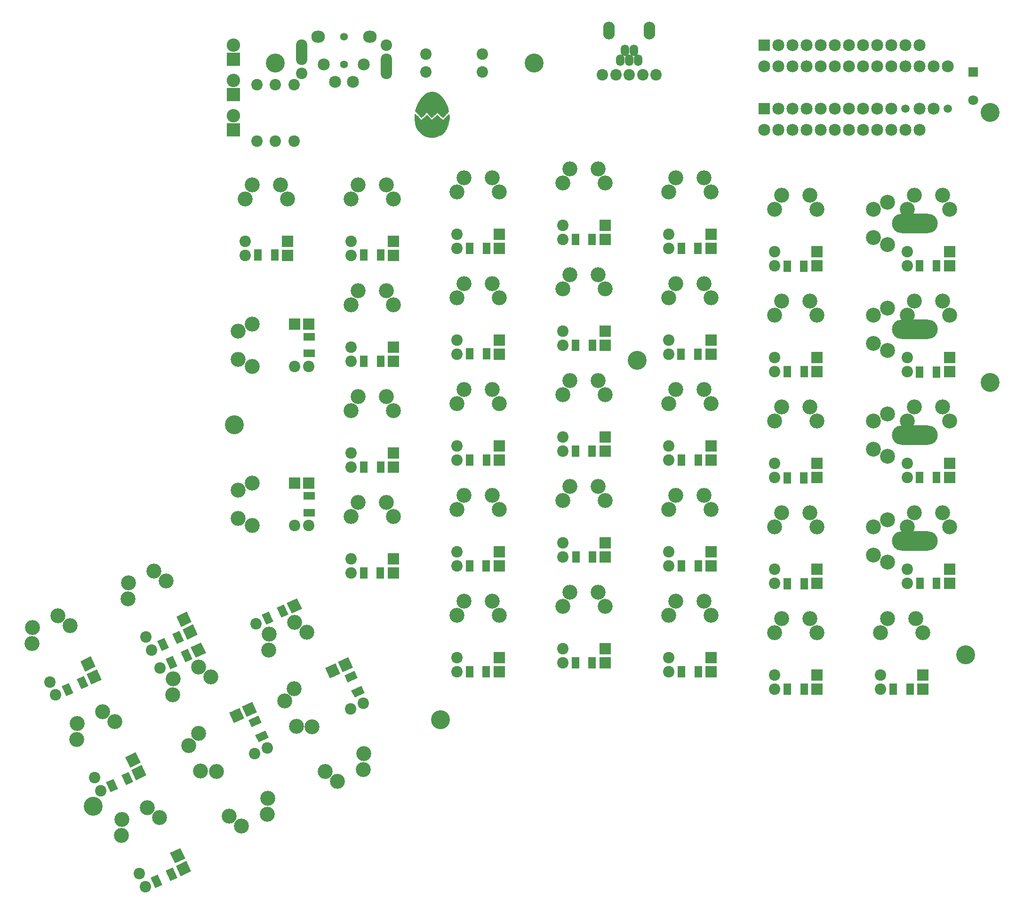
<source format=gbr>
%TF.GenerationSoftware,KiCad,Pcbnew,(5.1.6-0-10_14)*%
%TF.CreationDate,2021-03-26T17:56:54+08:00*%
%TF.ProjectId,ErgoDone,4572676f-446f-46e6-952e-6b696361645f,rev?*%
%TF.SameCoordinates,Original*%
%TF.FileFunction,Soldermask,Bot*%
%TF.FilePolarity,Negative*%
%FSLAX46Y46*%
G04 Gerber Fmt 4.6, Leading zero omitted, Abs format (unit mm)*
G04 Created by KiCad (PCBNEW (5.1.6-0-10_14)) date 2021-03-26 17:56:54*
%MOMM*%
%LPD*%
G01*
G04 APERTURE LIST*
%ADD10C,0.010000*%
%ADD11C,2.000000*%
%ADD12C,3.406400*%
%ADD13C,2.692400*%
%ADD14C,2.057400*%
%ADD15C,0.150000*%
%ADD16R,1.806400X1.806400*%
%ADD17C,1.806400*%
%ADD18O,1.549400X2.057400*%
%ADD19O,2.108200X3.200400*%
%ADD20O,2.463800X2.159000*%
%ADD21C,2.159000*%
%ADD22C,1.397000*%
%ADD23R,2.406400X2.406400*%
%ADD24C,2.406400*%
%ADD25R,2.057400X2.057400*%
%ADD26C,2.689860*%
%ADD27C,2.687320*%
%ADD28O,8.242300X3.479800*%
%ADD29R,2.159000X2.159000*%
%ADD30C,1.498600*%
%ADD31R,1.406400X2.006400*%
%ADD32R,2.006400X1.406400*%
G04 APERTURE END LIST*
D10*
%TO.C,G\u002A\u002A\u002A*%
G36*
X102450398Y-43280467D02*
G01*
X102983045Y-43454025D01*
X103488349Y-43771545D01*
X103946173Y-44225659D01*
X104062180Y-44375014D01*
X104332838Y-44788000D01*
X104598212Y-45269623D01*
X104830397Y-45762805D01*
X105001494Y-46210464D01*
X105058826Y-46413886D01*
X105158995Y-46847840D01*
X104616948Y-47394749D01*
X104074901Y-47941657D01*
X103096333Y-46973301D01*
X102606824Y-47457702D01*
X102117314Y-47942104D01*
X101196686Y-47009896D01*
X100255276Y-47941482D01*
X99673073Y-47354784D01*
X99090870Y-46768085D01*
X99322551Y-46106043D01*
X99618791Y-45395940D01*
X99981319Y-44749940D01*
X100391339Y-44192766D01*
X100830060Y-43749140D01*
X101278687Y-43443785D01*
X101383625Y-43394719D01*
X101910545Y-43258242D01*
X102450398Y-43280467D01*
G37*
X102450398Y-43280467D02*
X102983045Y-43454025D01*
X103488349Y-43771545D01*
X103946173Y-44225659D01*
X104062180Y-44375014D01*
X104332838Y-44788000D01*
X104598212Y-45269623D01*
X104830397Y-45762805D01*
X105001494Y-46210464D01*
X105058826Y-46413886D01*
X105158995Y-46847840D01*
X104616948Y-47394749D01*
X104074901Y-47941657D01*
X103096333Y-46973301D01*
X102606824Y-47457702D01*
X102117314Y-47942104D01*
X101196686Y-47009896D01*
X100255276Y-47941482D01*
X99673073Y-47354784D01*
X99090870Y-46768085D01*
X99322551Y-46106043D01*
X99618791Y-45395940D01*
X99981319Y-44749940D01*
X100391339Y-44192766D01*
X100830060Y-43749140D01*
X101278687Y-43443785D01*
X101383625Y-43394719D01*
X101910545Y-43258242D01*
X102450398Y-43280467D01*
G36*
X99183192Y-47320749D02*
G01*
X99355496Y-47471896D01*
X99585028Y-47690626D01*
X99709662Y-47814662D01*
X100255099Y-48364991D01*
X100725892Y-47899110D01*
X101196686Y-47433229D01*
X102117314Y-48365437D01*
X102606824Y-47881036D01*
X103096333Y-47396634D01*
X103585617Y-47880812D01*
X104074901Y-48364991D01*
X104622168Y-47812815D01*
X104879655Y-47555134D01*
X105043757Y-47403991D01*
X105140200Y-47345563D01*
X105194705Y-47366027D01*
X105232997Y-47451559D01*
X105242395Y-47479518D01*
X105268149Y-47676765D01*
X105264912Y-47994978D01*
X105233458Y-48388429D01*
X105225922Y-48454768D01*
X105075863Y-49243278D01*
X104824193Y-49903450D01*
X104464865Y-50446739D01*
X103991828Y-50884600D01*
X103913474Y-50939995D01*
X103303500Y-51258689D01*
X102627834Y-51440699D01*
X101929874Y-51478653D01*
X101312351Y-51381896D01*
X100661233Y-51122623D01*
X100102315Y-50727823D01*
X99648299Y-50211484D01*
X99311888Y-49587589D01*
X99126107Y-48974666D01*
X99083130Y-48697577D01*
X99053160Y-48364729D01*
X99036857Y-48016682D01*
X99034881Y-47693996D01*
X99047892Y-47437230D01*
X99076549Y-47286944D01*
X99098279Y-47264333D01*
X99183192Y-47320749D01*
G37*
X99183192Y-47320749D02*
X99355496Y-47471896D01*
X99585028Y-47690626D01*
X99709662Y-47814662D01*
X100255099Y-48364991D01*
X100725892Y-47899110D01*
X101196686Y-47433229D01*
X102117314Y-48365437D01*
X102606824Y-47881036D01*
X103096333Y-47396634D01*
X103585617Y-47880812D01*
X104074901Y-48364991D01*
X104622168Y-47812815D01*
X104879655Y-47555134D01*
X105043757Y-47403991D01*
X105140200Y-47345563D01*
X105194705Y-47366027D01*
X105232997Y-47451559D01*
X105242395Y-47479518D01*
X105268149Y-47676765D01*
X105264912Y-47994978D01*
X105233458Y-48388429D01*
X105225922Y-48454768D01*
X105075863Y-49243278D01*
X104824193Y-49903450D01*
X104464865Y-50446739D01*
X103991828Y-50884600D01*
X103913474Y-50939995D01*
X103303500Y-51258689D01*
X102627834Y-51440699D01*
X101929874Y-51478653D01*
X101312351Y-51381896D01*
X100661233Y-51122623D01*
X100102315Y-50727823D01*
X99648299Y-50211484D01*
X99311888Y-49587589D01*
X99126107Y-48974666D01*
X99083130Y-48697577D01*
X99053160Y-48364729D01*
X99036857Y-48016682D01*
X99034881Y-47693996D01*
X99047892Y-47437230D01*
X99076549Y-47286944D01*
X99098279Y-47264333D01*
X99183192Y-47320749D01*
D11*
%TO.C,J3*%
X93980000Y-40005000D02*
X93980000Y-37465000D01*
%TO.C,J4*%
X78740000Y-37465000D02*
X78740000Y-34925000D01*
%TD*%
D12*
%TO.C,REF\u002A\u002A*%
X139065000Y-91603630D03*
%TD*%
%TO.C,REF\u002A\u002A*%
X41232000Y-171844000D03*
%TD*%
%TO.C,REF\u002A\u002A*%
X103712000Y-156284000D03*
%TD*%
%TO.C,REF\u002A\u002A*%
X198200000Y-144600000D03*
%TD*%
%TO.C,REF\u002A\u002A*%
X202600000Y-95600000D03*
%TD*%
%TO.C,REF\u002A\u002A*%
X66600000Y-103200000D03*
%TD*%
%TO.C,REF\u002A\u002A*%
X202600000Y-47000000D03*
%TD*%
%TO.C,REF\u002A\u002A*%
X120500000Y-38100000D03*
%TD*%
D13*
%TO.C,SW0:8*%
X52118441Y-129541946D03*
X47436837Y-134527594D03*
X54342902Y-131307243D03*
X47514397Y-131688847D03*
D14*
X50657188Y-141433659D03*
D15*
G36*
X57065682Y-139580374D02*
G01*
X56196187Y-137715737D01*
X58060824Y-136846242D01*
X58930319Y-138710879D01*
X57065682Y-139580374D01*
G37*
D14*
X51730638Y-143735681D03*
D15*
G36*
X58139133Y-141882396D02*
G01*
X57269638Y-140017759D01*
X59134275Y-139148264D01*
X60003770Y-141012901D01*
X58139133Y-141882396D01*
G37*
%TD*%
D16*
%TO.C,C1*%
X199517000Y-39751000D03*
D17*
X199517000Y-44751000D03*
%TD*%
D18*
%TO.C,J1*%
X136042400Y-37553900D03*
X136842500Y-35806380D03*
X137642600Y-37553900D03*
X138442700Y-35806380D03*
X139242800Y-37553900D03*
D19*
X141290040Y-32230060D03*
X133995160Y-32230060D03*
D14*
X135229600Y-40259000D03*
X132816600Y-40259000D03*
X137642600Y-40259000D03*
X142468600Y-40259000D03*
X140055600Y-40259000D03*
%TD*%
D20*
%TO.C,J2*%
X90957400Y-33375600D03*
D21*
X82702400Y-38379400D03*
X87909400Y-41478200D03*
D20*
X81661000Y-33375600D03*
D21*
X84709000Y-41478200D03*
X89916000Y-38379400D03*
D22*
X86309200Y-33375600D03*
X86309200Y-38379400D03*
%TD*%
D14*
%TO.C,J3*%
X93980000Y-40005000D03*
X93980000Y-37465000D03*
X93980000Y-34925000D03*
%TD*%
%TO.C,J4*%
X78740000Y-40005000D03*
X78740000Y-37465000D03*
X78740000Y-34925000D03*
%TD*%
D23*
%TO.C,LED_A1*%
X66465000Y-37465000D03*
D24*
X66465000Y-34925000D03*
%TD*%
D23*
%TO.C,LED_B1*%
X66465000Y-43765000D03*
D24*
X66465000Y-41225000D03*
%TD*%
D23*
%TO.C,LED_C1*%
X66465000Y-50165000D03*
D24*
X66465000Y-47625000D03*
%TD*%
D14*
%TO.C,R1*%
X101085000Y-36465000D03*
X111245000Y-36465000D03*
%TD*%
%TO.C,R2*%
X101092000Y-39751000D03*
X111252000Y-39751000D03*
%TD*%
%TO.C,RA1*%
X70665000Y-41985000D03*
X70665000Y-52145000D03*
%TD*%
%TO.C,RB1*%
X73965000Y-41985000D03*
X73965000Y-52145000D03*
%TD*%
%TO.C,RC1*%
X77365000Y-41985000D03*
X77365000Y-52145000D03*
%TD*%
D13*
%TO.C,SW0:7*%
X34854061Y-137591206D03*
X30172457Y-142576854D03*
X37078522Y-139356503D03*
X30250017Y-139738107D03*
D14*
X33392808Y-149482919D03*
D15*
G36*
X39801302Y-147629634D02*
G01*
X38931807Y-145764997D01*
X40796444Y-144895502D01*
X41665939Y-146760139D01*
X39801302Y-147629634D01*
G37*
D14*
X34466258Y-151784941D03*
D15*
G36*
X40874753Y-149931656D02*
G01*
X40005258Y-148067019D01*
X41869895Y-147197524D01*
X42739390Y-149062161D01*
X40874753Y-149931656D01*
G37*
%TD*%
D13*
%TO.C,SW0:9*%
X42903321Y-154855586D03*
X38221717Y-159841234D03*
X45127782Y-156620883D03*
X38299277Y-157002487D03*
D14*
X41442068Y-166747299D03*
D15*
G36*
X47850562Y-164894014D02*
G01*
X46981067Y-163029377D01*
X48845704Y-162159882D01*
X49715199Y-164024519D01*
X47850562Y-164894014D01*
G37*
D14*
X42515518Y-169049321D03*
D15*
G36*
X48924013Y-167196036D02*
G01*
X48054518Y-165331399D01*
X49919155Y-164461904D01*
X50788650Y-166326541D01*
X48924013Y-167196036D01*
G37*
%TD*%
D13*
%TO.C,SW0:10*%
X75625366Y-152910359D03*
X80611014Y-157591963D03*
X77390663Y-150685898D03*
X77772267Y-157514403D03*
D14*
X87517079Y-154371612D03*
D15*
G36*
X85663794Y-147963118D02*
G01*
X83799157Y-148832613D01*
X82929662Y-146967976D01*
X84794299Y-146098481D01*
X85663794Y-147963118D01*
G37*
D14*
X89819101Y-153298162D03*
D15*
G36*
X87965816Y-146889667D02*
G01*
X86101179Y-147759162D01*
X85231684Y-145894525D01*
X87096321Y-145025030D01*
X87965816Y-146889667D01*
G37*
%TD*%
D13*
%TO.C,SW0:11*%
X58360986Y-160962159D03*
X63346634Y-165643763D03*
X60126283Y-158737698D03*
X60507887Y-165566203D03*
D14*
X70252699Y-162423412D03*
D15*
G36*
X68399414Y-156014918D02*
G01*
X66534777Y-156884413D01*
X65665282Y-155019776D01*
X67529919Y-154150281D01*
X68399414Y-156014918D01*
G37*
D14*
X72554721Y-161349962D03*
D15*
G36*
X70701436Y-154941467D02*
G01*
X68836799Y-155810962D01*
X67967304Y-153946325D01*
X69831941Y-153076830D01*
X70701436Y-154941467D01*
G37*
%TD*%
D13*
%TO.C,SW0:12*%
X50955121Y-172122506D03*
X46273517Y-177108154D03*
X53179582Y-173887803D03*
X46351077Y-174269407D03*
D14*
X49493868Y-184014219D03*
D15*
G36*
X55902362Y-182160934D02*
G01*
X55032867Y-180296297D01*
X56897504Y-179426802D01*
X57766999Y-181291439D01*
X55902362Y-182160934D01*
G37*
D14*
X50567318Y-186316241D03*
D15*
G36*
X56975813Y-184462956D02*
G01*
X56106318Y-182598319D01*
X57970955Y-181728824D01*
X58840450Y-183593461D01*
X56975813Y-184462956D01*
G37*
%TD*%
D13*
%TO.C,SW1:9*%
X113030000Y-134947660D03*
X106680000Y-137487660D03*
X114300000Y-137487660D03*
X107950000Y-134947660D03*
D14*
X106680000Y-145107660D03*
D25*
X114300000Y-145107660D03*
D14*
X106680000Y-147647660D03*
D25*
X114300000Y-147647660D03*
%TD*%
D13*
%TO.C,SW1:10*%
X132080000Y-133350000D03*
X125730000Y-135890000D03*
X133350000Y-135890000D03*
X127000000Y-133350000D03*
D14*
X125730000Y-143510000D03*
D25*
X133350000Y-143510000D03*
D14*
X125730000Y-146050000D03*
D25*
X133350000Y-146050000D03*
%TD*%
D13*
%TO.C,SW1:11*%
X151130000Y-134947660D03*
X144780000Y-137487660D03*
X152400000Y-137487660D03*
X146050000Y-134947660D03*
D14*
X144780000Y-145107660D03*
D25*
X152400000Y-145107660D03*
D14*
X144780000Y-147647660D03*
D25*
X152400000Y-147647660D03*
%TD*%
D13*
%TO.C,SW1:12*%
X170180000Y-138122660D03*
X163830000Y-140662660D03*
X171450000Y-140662660D03*
X165100000Y-138122660D03*
D14*
X163830000Y-148282660D03*
D25*
X171450000Y-148282660D03*
D14*
X163830000Y-150822660D03*
D25*
X171450000Y-150822660D03*
%TD*%
D13*
%TO.C,SW1:13*%
X189230000Y-138122660D03*
X182880000Y-140662660D03*
X190500000Y-140662660D03*
X184150000Y-138122660D03*
D14*
X182880000Y-148282660D03*
D25*
X190500000Y-148282660D03*
D14*
X182880000Y-150822660D03*
D25*
X190500000Y-150822660D03*
%TD*%
D13*
%TO.C,SW2:7*%
X67310000Y-114945160D03*
X69850000Y-121295160D03*
X69850000Y-113675160D03*
X67310000Y-120025160D03*
D14*
X77470000Y-121295160D03*
D25*
X77470000Y-113675160D03*
D14*
X80010000Y-121295160D03*
D25*
X80010000Y-113675160D03*
%TD*%
D13*
%TO.C,SW2:8*%
X93980000Y-117167660D03*
X87630000Y-119707660D03*
X95250000Y-119707660D03*
X88900000Y-117167660D03*
D14*
X87630000Y-127327660D03*
D25*
X95250000Y-127327660D03*
D14*
X87630000Y-129867660D03*
D25*
X95250000Y-129867660D03*
%TD*%
D13*
%TO.C,SW2:9*%
X113030000Y-115897660D03*
X106680000Y-118437660D03*
X114300000Y-118437660D03*
X107950000Y-115897660D03*
D14*
X106680000Y-126057660D03*
D25*
X114300000Y-126057660D03*
D14*
X106680000Y-128597660D03*
D25*
X114300000Y-128597660D03*
%TD*%
D13*
%TO.C,SW2:10*%
X132080000Y-114300000D03*
X125730000Y-116840000D03*
X133350000Y-116840000D03*
X127000000Y-114300000D03*
D14*
X125730000Y-124460000D03*
D25*
X133350000Y-124460000D03*
D14*
X125730000Y-127000000D03*
D25*
X133350000Y-127000000D03*
%TD*%
D13*
%TO.C,SW2:11*%
X151130000Y-115897660D03*
X144780000Y-118437660D03*
X152400000Y-118437660D03*
X146050000Y-115897660D03*
D14*
X144780000Y-126057660D03*
D25*
X152400000Y-126057660D03*
D14*
X144780000Y-128597660D03*
D25*
X152400000Y-128597660D03*
%TD*%
D13*
%TO.C,SW2:12*%
X170180000Y-119072660D03*
X163830000Y-121612660D03*
X171450000Y-121612660D03*
X165100000Y-119072660D03*
D14*
X163830000Y-129232660D03*
D25*
X171450000Y-129232660D03*
D14*
X163830000Y-131772660D03*
D25*
X171450000Y-131772660D03*
%TD*%
D13*
%TO.C,SW3:8*%
X93980000Y-98117660D03*
X87630000Y-100657660D03*
X95250000Y-100657660D03*
X88900000Y-98117660D03*
D14*
X87630000Y-108277660D03*
D25*
X95250000Y-108277660D03*
D14*
X87630000Y-110817660D03*
D25*
X95250000Y-110817660D03*
%TD*%
D13*
%TO.C,SW3:9*%
X113030000Y-96847660D03*
X106680000Y-99387660D03*
X114300000Y-99387660D03*
X107950000Y-96847660D03*
D14*
X106680000Y-107007660D03*
D25*
X114300000Y-107007660D03*
D14*
X106680000Y-109547660D03*
D25*
X114300000Y-109547660D03*
%TD*%
D13*
%TO.C,SW3:10*%
X132080000Y-95250000D03*
X125730000Y-97790000D03*
X133350000Y-97790000D03*
X127000000Y-95250000D03*
D14*
X125730000Y-105410000D03*
D25*
X133350000Y-105410000D03*
D14*
X125730000Y-107950000D03*
D25*
X133350000Y-107950000D03*
%TD*%
D13*
%TO.C,SW3:11*%
X151130000Y-96847660D03*
X144780000Y-99387660D03*
X152400000Y-99387660D03*
X146050000Y-96847660D03*
D14*
X144780000Y-107007660D03*
D25*
X152400000Y-107007660D03*
D14*
X144780000Y-109547660D03*
D25*
X152400000Y-109547660D03*
%TD*%
D13*
%TO.C,SW3:12*%
X170180000Y-100022660D03*
X163830000Y-102562660D03*
X171450000Y-102562660D03*
X165100000Y-100022660D03*
D14*
X163830000Y-110182660D03*
D25*
X171450000Y-110182660D03*
D14*
X163830000Y-112722660D03*
D25*
X171450000Y-112722660D03*
%TD*%
D13*
%TO.C,SW4:7*%
X67310000Y-86370160D03*
X69850000Y-92720160D03*
X69850000Y-85100160D03*
X67310000Y-91450160D03*
D14*
X77470000Y-92720160D03*
D25*
X77470000Y-85100160D03*
D14*
X80010000Y-92720160D03*
D25*
X80010000Y-85100160D03*
%TD*%
D13*
%TO.C,SW4:8*%
X93980000Y-79067660D03*
X87630000Y-81607660D03*
X95250000Y-81607660D03*
X88900000Y-79067660D03*
D14*
X87630000Y-89227660D03*
D25*
X95250000Y-89227660D03*
D14*
X87630000Y-91767660D03*
D25*
X95250000Y-91767660D03*
%TD*%
D13*
%TO.C,SW4:9*%
X113030000Y-77797660D03*
X106680000Y-80337660D03*
X114300000Y-80337660D03*
X107950000Y-77797660D03*
D14*
X106680000Y-87957660D03*
D25*
X114300000Y-87957660D03*
D14*
X106680000Y-90497660D03*
D25*
X114300000Y-90497660D03*
%TD*%
D13*
%TO.C,SW4:10*%
X132080000Y-76200000D03*
X125730000Y-78740000D03*
X133350000Y-78740000D03*
X127000000Y-76200000D03*
D14*
X125730000Y-86360000D03*
D25*
X133350000Y-86360000D03*
D14*
X125730000Y-88900000D03*
D25*
X133350000Y-88900000D03*
%TD*%
D13*
%TO.C,SW4:11*%
X151130000Y-77797660D03*
X144780000Y-80337660D03*
X152400000Y-80337660D03*
X146050000Y-77797660D03*
D14*
X144780000Y-87957660D03*
D25*
X152400000Y-87957660D03*
D14*
X144780000Y-90497660D03*
D25*
X152400000Y-90497660D03*
%TD*%
D13*
%TO.C,SW4:12*%
X170180000Y-80972660D03*
X163830000Y-83512660D03*
X171450000Y-83512660D03*
X165100000Y-80972660D03*
D14*
X163830000Y-91132660D03*
D25*
X171450000Y-91132660D03*
D14*
X163830000Y-93672660D03*
D25*
X171450000Y-93672660D03*
%TD*%
D13*
%TO.C,SW4:13*%
X193992500Y-80972660D03*
X187642500Y-83512660D03*
D26*
X195262500Y-83512660D03*
D13*
X188912500Y-80972660D03*
D14*
X187642500Y-91132660D03*
D25*
X195262500Y-91132660D03*
D14*
X187642500Y-93672660D03*
D25*
X195262500Y-93672660D03*
D27*
X181610000Y-83512660D03*
X184150000Y-82242660D03*
X184150000Y-89862660D03*
X181610000Y-88592660D03*
D28*
X189069980Y-86052660D03*
%TD*%
D13*
%TO.C,SW5:7*%
X74930000Y-60020200D03*
X68580000Y-62560200D03*
X76200000Y-62560200D03*
X69850000Y-60020200D03*
D14*
X68580000Y-70180200D03*
D25*
X76200000Y-70180200D03*
D14*
X68580000Y-72720200D03*
D25*
X76200000Y-72720200D03*
%TD*%
D13*
%TO.C,SW5:8*%
X93980000Y-60020200D03*
X87630000Y-62560200D03*
X95250000Y-62560200D03*
X88900000Y-60020200D03*
D14*
X87630000Y-70180200D03*
D25*
X95250000Y-70180200D03*
D14*
X87630000Y-72720200D03*
D25*
X95250000Y-72720200D03*
%TD*%
D13*
%TO.C,SW5:9*%
X113030000Y-58747660D03*
X106680000Y-61287660D03*
X114300000Y-61287660D03*
X107950000Y-58747660D03*
D14*
X106680000Y-68907660D03*
D25*
X114300000Y-68907660D03*
D14*
X106680000Y-71447660D03*
D25*
X114300000Y-71447660D03*
%TD*%
D13*
%TO.C,SW5:10*%
X132080000Y-57150000D03*
X125730000Y-59690000D03*
X133350000Y-59690000D03*
X127000000Y-57150000D03*
D14*
X125730000Y-67310000D03*
D25*
X133350000Y-67310000D03*
D14*
X125730000Y-69850000D03*
D25*
X133350000Y-69850000D03*
%TD*%
D13*
%TO.C,SW5:11*%
X151130000Y-58747660D03*
X144780000Y-61287660D03*
X152400000Y-61287660D03*
X146050000Y-58747660D03*
D14*
X144780000Y-68907660D03*
D25*
X152400000Y-68907660D03*
D14*
X144780000Y-71447660D03*
D25*
X152400000Y-71447660D03*
%TD*%
D13*
%TO.C,SW5:12*%
X170180000Y-61925200D03*
X163830000Y-64465200D03*
X171450000Y-64465200D03*
X165100000Y-61925200D03*
D14*
X163830000Y-72085200D03*
D25*
X171450000Y-72085200D03*
D14*
X163830000Y-74625200D03*
D25*
X171450000Y-74625200D03*
%TD*%
D13*
%TO.C,SW5:13*%
X193992500Y-61925200D03*
X187642500Y-64465200D03*
D26*
X195262500Y-64465200D03*
D13*
X188912500Y-61925200D03*
D14*
X187642500Y-72085200D03*
D25*
X195262500Y-72085200D03*
D14*
X187642500Y-74625200D03*
D25*
X195262500Y-74625200D03*
D27*
X181610000Y-64465200D03*
X184150000Y-63195200D03*
X184150000Y-70815200D03*
X181610000Y-69545200D03*
D28*
X189069980Y-67005200D03*
%TD*%
D13*
%TO.C,SX0:10*%
X85176179Y-167376434D03*
X89857783Y-162390786D03*
X82951718Y-165611137D03*
X89780223Y-165229533D03*
%TD*%
%TO.C,SX0:11*%
X67909259Y-175425694D03*
X72590863Y-170440046D03*
X65684798Y-173660397D03*
X72513303Y-173278793D03*
%TD*%
D29*
%TO.C,U1*%
X161925000Y-34925000D03*
D21*
X164465000Y-34925000D03*
X167005000Y-34925000D03*
X169545000Y-34925000D03*
X172085000Y-34925000D03*
X174625000Y-34925000D03*
X177165000Y-34925000D03*
X179705000Y-34925000D03*
X182245000Y-34925000D03*
X184785000Y-34925000D03*
X187325000Y-34925000D03*
X189865000Y-34925000D03*
X189865000Y-50165000D03*
X187325000Y-50165000D03*
X184785000Y-50165000D03*
X182245000Y-50165000D03*
X179705000Y-50165000D03*
X177165000Y-50165000D03*
X174625000Y-50165000D03*
X167005000Y-50165000D03*
X164465000Y-50165000D03*
X161925000Y-50165000D03*
X172085000Y-50165000D03*
X169545000Y-50165000D03*
%TD*%
%TO.C,U2*%
X164450000Y-46330000D03*
X166990000Y-46330000D03*
X169530000Y-46330000D03*
X172070000Y-46330000D03*
X174610000Y-46330000D03*
X177150000Y-46330000D03*
X179690000Y-46330000D03*
X182230000Y-46330000D03*
X184770000Y-46330000D03*
D30*
X187310000Y-46330000D03*
D21*
X189850000Y-46330000D03*
X192390000Y-46330000D03*
D30*
X194930000Y-46330000D03*
D29*
X161910000Y-46330000D03*
D21*
X194930000Y-38710000D03*
X192390000Y-38710000D03*
X189850000Y-38710000D03*
X187310000Y-38710000D03*
X184770000Y-38710000D03*
X182230000Y-38710000D03*
X179690000Y-38710000D03*
X177150000Y-38710000D03*
X174610000Y-38710000D03*
X172070000Y-38710000D03*
X169530000Y-38710000D03*
X166990000Y-38710000D03*
X164450000Y-38710000D03*
X161910000Y-38710000D03*
%TD*%
D13*
%TO.C,SX1:7*%
X60170241Y-146806326D03*
X55488637Y-151791974D03*
X62394702Y-148571623D03*
X55566197Y-148953227D03*
%TD*%
%TO.C,SX1:8*%
X77434621Y-138754526D03*
X72753017Y-143740174D03*
X79659082Y-140519823D03*
X72830577Y-140901427D03*
%TD*%
%TO.C,SW2:13*%
X193992500Y-119072660D03*
X187642500Y-121612660D03*
D26*
X195262500Y-121612660D03*
D13*
X188912500Y-119072660D03*
D14*
X187642500Y-129232660D03*
D25*
X195262500Y-129232660D03*
D14*
X187642500Y-131772660D03*
D25*
X195262500Y-131772660D03*
D27*
X181610000Y-121612660D03*
X184150000Y-120342660D03*
X184150000Y-127962660D03*
X181610000Y-126692660D03*
D28*
X189069980Y-124152660D03*
%TD*%
D13*
%TO.C,SW3:13*%
X193992500Y-100022660D03*
X187642500Y-102562660D03*
D26*
X195262500Y-102562660D03*
D13*
X188912500Y-100022660D03*
D14*
X187642500Y-110182660D03*
D25*
X195262500Y-110182660D03*
D14*
X187642500Y-112722660D03*
D25*
X195262500Y-112722660D03*
D27*
X181610000Y-102562660D03*
X184150000Y-101292660D03*
X184150000Y-108912660D03*
X181610000Y-107642660D03*
D28*
X189069980Y-105102660D03*
%TD*%
D14*
%TO.C,D81*%
X53214367Y-146974376D03*
D15*
G36*
X59622862Y-145121090D02*
G01*
X58753367Y-143256453D01*
X60618004Y-142386958D01*
X61487499Y-144251595D01*
X59622862Y-145121090D01*
G37*
%TD*%
D14*
%TO.C,D82*%
X70486367Y-138998776D03*
D15*
G36*
X76894862Y-137145490D02*
G01*
X76025367Y-135280853D01*
X77890004Y-134411358D01*
X78759499Y-136275995D01*
X76894862Y-137145490D01*
G37*
%TD*%
D31*
%TO.C,D2*%
X70864600Y-72669400D03*
X73864600Y-72669400D03*
%TD*%
D32*
%TO.C,D4*%
X80035400Y-90374600D03*
X80035400Y-87374600D03*
%TD*%
%TO.C,D6*%
X80035400Y-119025800D03*
X80035400Y-116025800D03*
%TD*%
D15*
%TO.C,D8*%
G36*
X55094593Y-147204520D02*
G01*
X54246652Y-145386104D01*
X55521283Y-144791734D01*
X56369224Y-146610150D01*
X55094593Y-147204520D01*
G37*
G36*
X57813517Y-145936666D02*
G01*
X56965576Y-144118250D01*
X58240207Y-143523880D01*
X59088148Y-145342296D01*
X57813517Y-145936666D01*
G37*
%TD*%
%TO.C,D10*%
G36*
X36400193Y-152081320D02*
G01*
X35552252Y-150262904D01*
X36826883Y-149668534D01*
X37674824Y-151486950D01*
X36400193Y-152081320D01*
G37*
G36*
X39119117Y-150813466D02*
G01*
X38271176Y-148995050D01*
X39545807Y-148400680D01*
X40393748Y-150219096D01*
X39119117Y-150813466D01*
G37*
%TD*%
D31*
%TO.C,D12*%
X89914600Y-72669400D03*
X92914600Y-72669400D03*
%TD*%
%TO.C,D14*%
X89914600Y-91770200D03*
X92914600Y-91770200D03*
%TD*%
%TO.C,D16*%
X89914600Y-110871000D03*
X92914600Y-110871000D03*
%TD*%
%TO.C,D18*%
X89863800Y-129870200D03*
X92863800Y-129870200D03*
%TD*%
D15*
%TO.C,D20*%
G36*
X72366593Y-139228920D02*
G01*
X71518652Y-137410504D01*
X72793283Y-136816134D01*
X73641224Y-138634550D01*
X72366593Y-139228920D01*
G37*
G36*
X75085517Y-137961066D02*
G01*
X74237576Y-136142650D01*
X75512207Y-135548280D01*
X76360148Y-137366696D01*
X75085517Y-137961066D01*
G37*
%TD*%
%TO.C,D22*%
G36*
X53570593Y-143953320D02*
G01*
X52722652Y-142134904D01*
X53997283Y-141540534D01*
X54845224Y-143358950D01*
X53570593Y-143953320D01*
G37*
G36*
X56289517Y-142685466D02*
G01*
X55441576Y-140867050D01*
X56716207Y-140272680D01*
X57564148Y-142091096D01*
X56289517Y-142685466D01*
G37*
%TD*%
D31*
%TO.C,D24*%
X108964600Y-71450200D03*
X111964600Y-71450200D03*
%TD*%
%TO.C,D26*%
X108964600Y-90449400D03*
X111964600Y-90449400D03*
%TD*%
%TO.C,D28*%
X108964600Y-109550200D03*
X111964600Y-109550200D03*
%TD*%
%TO.C,D30*%
X108913800Y-128600200D03*
X111913800Y-128600200D03*
%TD*%
%TO.C,D32*%
X108913800Y-147650200D03*
X111913800Y-147650200D03*
%TD*%
D15*
%TO.C,D34*%
G36*
X44375793Y-169353320D02*
G01*
X43527852Y-167534904D01*
X44802483Y-166940534D01*
X45650424Y-168758950D01*
X44375793Y-169353320D01*
G37*
G36*
X47094717Y-168085466D02*
G01*
X46246776Y-166267050D01*
X47521407Y-165672680D01*
X48369348Y-167491096D01*
X47094717Y-168085466D01*
G37*
%TD*%
D31*
%TO.C,D36*%
X127963800Y-69824600D03*
X130963800Y-69824600D03*
%TD*%
%TO.C,D38*%
X128014600Y-88925400D03*
X131014600Y-88925400D03*
%TD*%
%TO.C,D40*%
X127963800Y-107975400D03*
X130963800Y-107975400D03*
%TD*%
%TO.C,D42*%
X128065400Y-126974600D03*
X131065400Y-126974600D03*
%TD*%
%TO.C,D44*%
X127963800Y-146075400D03*
X130963800Y-146075400D03*
%TD*%
D15*
%TO.C,D46*%
G36*
X90054520Y-151509007D02*
G01*
X88236104Y-152356948D01*
X87641734Y-151082317D01*
X89460150Y-150234376D01*
X90054520Y-151509007D01*
G37*
G36*
X88786666Y-148790083D02*
G01*
X86968250Y-149638024D01*
X86373880Y-148363393D01*
X88192296Y-147515452D01*
X88786666Y-148790083D01*
G37*
%TD*%
D31*
%TO.C,D48*%
X147013800Y-71450200D03*
X150013800Y-71450200D03*
%TD*%
%TO.C,D50*%
X146963000Y-90500200D03*
X149963000Y-90500200D03*
%TD*%
%TO.C,D52*%
X147064600Y-109550200D03*
X150064600Y-109550200D03*
%TD*%
%TO.C,D54*%
X147064600Y-128600200D03*
X150064600Y-128600200D03*
%TD*%
%TO.C,D56*%
X147064600Y-147650200D03*
X150064600Y-147650200D03*
%TD*%
D15*
%TO.C,D58*%
G36*
X72782520Y-159535407D02*
G01*
X70964104Y-160383348D01*
X70369734Y-159108717D01*
X72188150Y-158260776D01*
X72782520Y-159535407D01*
G37*
G36*
X71514666Y-156816483D02*
G01*
X69696250Y-157664424D01*
X69101880Y-156389793D01*
X70920296Y-155541852D01*
X71514666Y-156816483D01*
G37*
%TD*%
D31*
%TO.C,D60*%
X166063800Y-74650600D03*
X169063800Y-74650600D03*
%TD*%
%TO.C,D62*%
X166114600Y-93649800D03*
X169114600Y-93649800D03*
%TD*%
%TO.C,D64*%
X166063800Y-112750600D03*
X169063800Y-112750600D03*
%TD*%
%TO.C,D66*%
X166114600Y-131800600D03*
X169114600Y-131800600D03*
%TD*%
%TO.C,D68*%
X166114600Y-150799800D03*
X169114600Y-150799800D03*
%TD*%
D15*
%TO.C,D70*%
G36*
X52402193Y-186574520D02*
G01*
X51554252Y-184756104D01*
X52828883Y-184161734D01*
X53676824Y-185980150D01*
X52402193Y-186574520D01*
G37*
G36*
X55121117Y-185306666D02*
G01*
X54273176Y-183488250D01*
X55547807Y-182893880D01*
X56395748Y-184712296D01*
X55121117Y-185306666D01*
G37*
%TD*%
D31*
%TO.C,D72*%
X189889000Y-74599800D03*
X192889000Y-74599800D03*
%TD*%
%TO.C,D74*%
X189889000Y-93700600D03*
X192889000Y-93700600D03*
%TD*%
%TO.C,D76*%
X189889000Y-112699800D03*
X192889000Y-112699800D03*
%TD*%
%TO.C,D78*%
X189939800Y-131749800D03*
X192939800Y-131749800D03*
%TD*%
%TO.C,D80*%
X185164600Y-150799800D03*
X188164600Y-150799800D03*
%TD*%
D12*
%TO.C,REF\u002A\u002A*%
X74000000Y-38100000D03*
%TD*%
M02*

</source>
